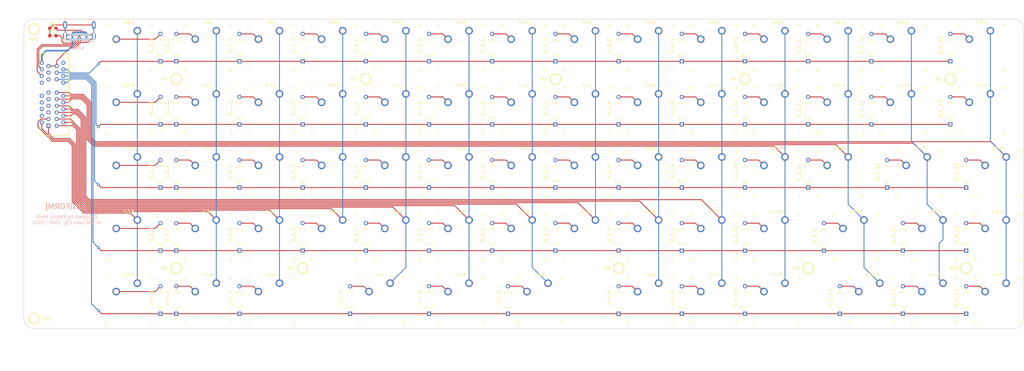
<source format=kicad_pcb>
(kicad_pcb (version 20211014) (generator pcbnew)
  (layers (0 "F.Cu" signal) (31 "B.Cu" signal) (34 "B.Paste" user) (35 "F.Paste" user) (36 "B.SilkS" user "B.Silkscreen") (37 "F.SilkS" user "F.Silkscreen") (38 "B.Mask" user) (39 "F.Mask" user) (44 "Edge.Cuts" user))
  (net 0 "")
  (net 1 "GND")
  (net 2 "+5V")
  (net 3 "Net-(D_0_0-Pad2)")
  (net 4 "R0")
  (net 5 "Net-(D_0_1-Pad2)")
  (net 6 "Net-(D_0_2-Pad2)")
  (net 7 "Net-(D_0_3-Pad2)")
  (net 8 "Net-(D_0_4-Pad2)")
  (net 9 "Net-(D_0_5-Pad2)")
  (net 10 "Net-(D_0_6-Pad2)")
  (net 11 "Net-(D_0_7-Pad2)")
  (net 12 "Net-(D_0_8-Pad2)")
  (net 13 "Net-(D_0_9-Pad2)")
  (net 14 "Net-(D_0_10-Pad2)")
  (net 15 "Net-(D_0_11-Pad2)")
  (net 16 "Net-(D_0_12-Pad2)")
  (net 17 "Net-(D_0_13-Pad2)")
  (net 18 "Net-(D_1_0-Pad2)")
  (net 19 "R1")
  (net 20 "Net-(D_1_1-Pad2)")
  (net 21 "Net-(D_1_2-Pad2)")
  (net 22 "Net-(D_1_3-Pad2)")
  (net 23 "Net-(D_1_4-Pad2)")
  (net 24 "Net-(D_1_5-Pad2)")
  (net 25 "Net-(D_1_6-Pad2)")
  (net 26 "Net-(D_1_7-Pad2)")
  (net 27 "Net-(D_1_8-Pad2)")
  (net 28 "Net-(D_1_9-Pad2)")
  (net 29 "Net-(D_1_10-Pad2)")
  (net 30 "Net-(D_1_11-Pad2)")
  (net 31 "Net-(D_1_12-Pad2)")
  (net 32 "Net-(D_1_13-Pad2)")
  (net 33 "Net-(D_2_0-Pad2)")
  (net 34 "R2")
  (net 35 "Net-(D_2_1-Pad2)")
  (net 36 "Net-(D_2_2-Pad2)")
  (net 37 "Net-(D_2_3-Pad2)")
  (net 38 "Net-(D_2_4-Pad2)")
  (net 39 "Net-(D_2_5-Pad2)")
  (net 40 "Net-(D_2_6-Pad2)")
  (net 41 "Net-(D_2_7-Pad2)")
  (net 42 "Net-(D_2_8-Pad2)")
  (net 43 "Net-(D_2_9-Pad2)")
  (net 44 "Net-(D_2_10-Pad2)")
  (net 45 "Net-(D_2_11-Pad2)")
  (net 46 "Net-(D_2_12-Pad2)")
  (net 47 "Net-(D_2_13-Pad2)")
  (net 48 "Net-(D_3_0-Pad2)")
  (net 49 "R3")
  (net 50 "Net-(D_3_1-Pad2)")
  (net 51 "Net-(D_3_2-Pad2)")
  (net 52 "Net-(D_3_3-Pad2)")
  (net 53 "Net-(D_3_4-Pad2)")
  (net 54 "Net-(D_3_5-Pad2)")
  (net 55 "Net-(D_3_6-Pad2)")
  (net 56 "Net-(D_3_7-Pad2)")
  (net 57 "Net-(D_3_8-Pad2)")
  (net 58 "Net-(D_3_9-Pad2)")
  (net 59 "Net-(D_3_10-Pad2)")
  (net 60 "Net-(D_3_11-Pad2)")
  (net 61 "Net-(D_3_12-Pad2)")
  (net 62 "Net-(D_3_13-Pad2)")
  (net 63 "Net-(D_4_0-Pad2)")
  (net 64 "R4")
  (net 65 "Net-(D_4_1-Pad2)")
  (net 66 "Net-(D_4_2-Pad2)")
  (net 67 "Net-(D_4_4-Pad2)")
  (net 68 "Net-(D_4_5-Pad2)")
  (net 69 "Net-(D_4_6-Pad2)")
  (net 70 "Net-(D_4_8-Pad2)")
  (net 71 "Net-(D_4_9-Pad2)")
  (net 72 "Net-(D_4_10-Pad2)")
  (net 73 "Net-(D_4_11-Pad2)")
  (net 74 "Net-(D_4_12-Pad2)")
  (net 75 "Net-(D_4_13-Pad2)")
  (net 76 "C0")
  (net 77 "C1")
  (net 78 "C2")
  (net 79 "C3")
  (net 80 "C4")
  (net 81 "C5")
  (net 82 "C6")
  (net 83 "C7")
  (net 84 "C8")
  (net 85 "C9")
  (net 86 "C10")
  (net 87 "C11")
  (net 88 "C12")
  (net 89 "C13")
  (net 90 "Net-(R1-Pad2)")
  (net 91 "D_P")
  (net 92 "D_N")
  (net 99 "Net-(R2-Pad2)")
  (footprint "Uniform:Diode_DIOAD829W49L456D191" (layer "F.Cu") (at 80.9625 114.3 90)
    (fp_text reference "D_0_0")
    (fp_text value "D")
  )
  (footprint "Uniform:Diode_DIOAD829W49L456D191" (layer "F.Cu") (at 85.725 114.3 90)
    (fp_text reference "D_0_1")
    (fp_text value "D")
  )
  (footprint "Uniform:Diode_DIOAD829W49L456D191" (layer "F.Cu") (at 104.775 114.3 90)
    (fp_text reference "D_0_2")
    (fp_text value "D")
  )
  (footprint "Uniform:Diode_DIOAD829W49L456D191" (layer "F.Cu") (at 123.825 114.3 90)
    (fp_text reference "D_0_3")
    (fp_text value "D")
  )
  (footprint "Uniform:Diode_DIOAD829W49L456D191" (layer "F.Cu") (at 142.875 114.3 90)
    (fp_text reference "D_0_4")
    (fp_text value "D")
  )
  (footprint "Uniform:Diode_DIOAD829W49L456D191" (layer "F.Cu") (at 161.925 114.3 90)
    (fp_text reference "D_0_5")
    (fp_text value "D")
  )
  (footprint "Uniform:Diode_DIOAD829W49L456D191" (layer "F.Cu") (at 180.975 114.3 90)
    (fp_text reference "D_0_6")
    (fp_text value "D")
  )
  (footprint "Uniform:Diode_DIOAD829W49L456D191" (layer "F.Cu") (at 200.025 114.3 90)
    (fp_text reference "D_0_7")
    (fp_text value "D")
  )
  (footprint "Uniform:Diode_DIOAD829W49L456D191" (layer "F.Cu") (at 219.075 114.3 90)
    (fp_text reference "D_0_8")
    (fp_text value "D")
  )
  (footprint "Uniform:Diode_DIOAD829W49L456D191" (layer "F.Cu") (at 238.125 114.3 90)
    (fp_text reference "D_0_9")
    (fp_text value "D")
  )
  (footprint "Uniform:Diode_DIOAD829W49L456D191" (layer "F.Cu") (at 257.175 114.3 90)
    (fp_text reference "D_0_10")
    (fp_text value "D")
  )
  (footprint "Uniform:Diode_DIOAD829W49L456D191" (layer "F.Cu") (at 276.225 114.3 90)
    (fp_text reference "D_0_11")
    (fp_text value "D")
  )
  (footprint "Uniform:Diode_DIOAD829W49L456D191" (layer "F.Cu") (at 295.275 114.3 90)
    (fp_text reference "D_0_12")
    (fp_text value "D")
  )
  (footprint "Uniform:Diode_DIOAD829W49L456D191" (layer "F.Cu") (at 319.0875 114.3 90)
    (fp_text reference "D_0_13")
    (fp_text value "D")
  )
  (footprint "Uniform:Diode_DIOAD829W49L456D191" (layer "F.Cu") (at 80.9625 133.35 90)
    (fp_text reference "D_1_0")
    (fp_text value "D")
  )
  (footprint "Uniform:Diode_DIOAD829W49L456D191" (layer "F.Cu") (at 85.725 133.35 90)
    (fp_text reference "D_1_1")
    (fp_text value "D")
  )
  (footprint "Uniform:Diode_DIOAD829W49L456D191" (layer "F.Cu") (at 104.775 133.35 90)
    (fp_text reference "D_1_2")
    (fp_text value "D")
  )
  (footprint "Uniform:Diode_DIOAD829W49L456D191" (layer "F.Cu") (at 123.825 133.35 90)
    (fp_text reference "D_1_3")
    (fp_text value "D")
  )
  (footprint "Uniform:Diode_DIOAD829W49L456D191" (layer "F.Cu") (at 142.875 133.35 90)
    (fp_text reference "D_1_4")
    (fp_text value "D")
  )
  (footprint "Uniform:Diode_DIOAD829W49L456D191" (layer "F.Cu") (at 161.925 133.35 90)
    (fp_text reference "D_1_5")
    (fp_text value "D")
  )
  (footprint "Uniform:Diode_DIOAD829W49L456D191" (layer "F.Cu") (at 180.975 133.35 90)
    (fp_text reference "D_1_6")
    (fp_text value "D")
  )
  (footprint "Uniform:Diode_DIOAD829W49L456D191" (layer "F.Cu") (at 200.025 133.35 90)
    (fp_text reference "D_1_7")
    (fp_text value "D")
  )
  (footprint "Uniform:Diode_DIOAD829W49L456D191" (layer "F.Cu") (at 219.075 133.35 90)
    (fp_text reference "D_1_8")
    (fp_text value "D")
  )
  (footprint "Uniform:Diode_DIOAD829W49L456D191" (layer "F.Cu") (at 238.125 133.35 90)
    (fp_text reference "D_1_9")
    (fp_text value "D")
  )
  (footprint "Uniform:Diode_DIOAD829W49L456D191" (layer "F.Cu") (at 257.175 133.35 90)
    (fp_text reference "D_1_10")
    (fp_text value "D")
  )
  (footprint "Uniform:Diode_DIOAD829W49L456D191" (layer "F.Cu") (at 276.225 133.35 90)
    (fp_text reference "D_1_11")
    (fp_text value "D")
  )
  (footprint "Uniform:Diode_DIOAD829W49L456D191" (layer "F.Cu") (at 295.275 133.35 90)
    (fp_text reference "D_1_12")
    (fp_text value "D")
  )
  (footprint "Uniform:Diode_DIOAD829W49L456D191" (layer "F.Cu") (at 319.0875 133.35 90)
    (fp_text reference "D_1_13")
    (fp_text value "D")
  )
  (footprint "Uniform:Diode_DIOAD829W49L456D191" (layer "F.Cu") (at 80.9625 152.4 90)
    (fp_text reference "D_2_0")
    (fp_text value "D")
  )
  (footprint "Uniform:Diode_DIOAD829W49L456D191" (layer "F.Cu") (at 85.725 152.4 90)
    (fp_text reference "D_2_1")
    (fp_text value "D")
  )
  (footprint "Uniform:Diode_DIOAD829W49L456D191" (layer "F.Cu") (at 104.775 152.4 90)
    (fp_text reference "D_2_2")
    (fp_text value "D")
  )
  (footprint "Uniform:Diode_DIOAD829W49L456D191" (layer "F.Cu") (at 123.825 152.4 90)
    (fp_text reference "D_2_3")
    (fp_text value "D")
  )
  (footprint "Uniform:Diode_DIOAD829W49L456D191" (layer "F.Cu") (at 142.875 152.4 90)
    (fp_text reference "D_2_4")
    (fp_text value "D")
  )
  (footprint "Uniform:Diode_DIOAD829W49L456D191" (layer "F.Cu") (at 161.925 152.4 90)
    (fp_text reference "D_2_5")
    (fp_text value "D")
  )
  (footprint "Uniform:Diode_DIOAD829W49L456D191" (layer "F.Cu") (at 180.975 152.4 90)
    (fp_text reference "D_2_6")
    (fp_text value "D")
  )
  (footprint "Uniform:Diode_DIOAD829W49L456D191" (layer "F.Cu") (at 200.025 152.4 90)
    (fp_text reference "D_2_7")
    (fp_text value "D")
  )
  (footprint "Uniform:Diode_DIOAD829W49L456D191" (layer "F.Cu") (at 219.075 152.4 90)
    (fp_text reference "D_2_8")
    (fp_text value "D")
  )
  (footprint "Uniform:Diode_DIOAD829W49L456D191" (layer "F.Cu") (at 238.125 152.4 90)
    (fp_text reference "D_2_9")
    (fp_text value "D")
  )
  (footprint "Uniform:Diode_DIOAD829W49L456D191" (layer "F.Cu") (at 257.175 152.4 90)
    (fp_text reference "D_2_10")
    (fp_text value "D")
  )
  (footprint "Uniform:Diode_DIOAD829W49L456D191" (layer "F.Cu") (at 276.225 152.4 90)
    (fp_text reference "D_2_11")
    (fp_text value "D")
  )
  (footprint "Uniform:Diode_DIOAD829W49L456D191" (layer "F.Cu") (at 300.0375 152.4 90)
    (fp_text reference "D_2_12")
    (fp_text value "D")
  )
  (footprint "Uniform:Diode_DIOAD829W49L456D191" (layer "F.Cu") (at 323.85 152.4 90)
    (fp_text reference "D_2_13")
    (fp_text value "D")
  )
  (footprint "Uniform:Diode_DIOAD829W49L456D191" (layer "F.Cu") (at 80.9625 171.45 90)
    (fp_text reference "D_3_0")
    (fp_text value "D")
  )
  (footprint "Uniform:Diode_DIOAD829W49L456D191" (layer "F.Cu") (at 85.725 171.45 90)
    (fp_text reference "D_3_1")
    (fp_text value "D")
  )
  (footprint "Uniform:Diode_DIOAD829W49L456D191" (layer "F.Cu") (at 104.775 171.45 90)
    (fp_text reference "D_3_2")
    (fp_text value "D")
  )
  (footprint "Uniform:Diode_DIOAD829W49L456D191" (layer "F.Cu") (at 123.825 171.45 90)
    (fp_text reference "D_3_3")
    (fp_text value "D")
  )
  (footprint "Uniform:Diode_DIOAD829W49L456D191" (layer "F.Cu") (at 142.875 171.45 90)
    (fp_text reference "D_3_4")
    (fp_text value "D")
  )
  (footprint "Uniform:Diode_DIOAD829W49L456D191" (layer "F.Cu") (at 161.925 171.45 90)
    (fp_text reference "D_3_5")
    (fp_text value "D")
  )
  (footprint "Uniform:Diode_DIOAD829W49L456D191" (layer "F.Cu") (at 180.975 171.45 90)
    (fp_text reference "D_3_6")
    (fp_text value "D")
  )
  (footprint "Uniform:Diode_DIOAD829W49L456D191" (layer "F.Cu") (at 200.025 171.45 90)
    (fp_text reference "D_3_7")
    (fp_text value "D")
  )
  (footprint "Uniform:Diode_DIOAD829W49L456D191" (layer "F.Cu") (at 219.075 171.45 90)
    (fp_text reference "D_3_8")
    (fp_text value "D")
  )
  (footprint "Uniform:Diode_DIOAD829W49L456D191" (layer "F.Cu") (at 238.125 171.45 90)
    (fp_text reference "D_3_9")
    (fp_text value "D")
  )
  (footprint "Uniform:Diode_DIOAD829W49L456D191" (layer "F.Cu") (at 257.175 171.45 90)
    (fp_text reference "D_3_10")
    (fp_text value "D")
  )
  (footprint "Uniform:Diode_DIOAD829W49L456D191" (layer "F.Cu") (at 280.9875 171.45 90)
    (fp_text reference "D_3_11")
    (fp_text value "D")
  )
  (footprint "Uniform:Diode_DIOAD829W49L456D191" (layer "F.Cu") (at 304.8 171.45 90)
    (fp_text reference "D_3_12")
    (fp_text value "D")
  )
  (footprint "Uniform:Diode_DIOAD829W49L456D191" (layer "F.Cu") (at 323.85 171.45 90)
    (fp_text reference "D_3_13")
    (fp_text value "D")
  )
  (footprint "Uniform:Diode_DIOAD829W49L456D191" (layer "F.Cu") (at 80.9625 190.5 90)
    (fp_text reference "D_4_0")
    (fp_text value "D")
  )
  (footprint "Uniform:Diode_DIOAD829W49L456D191" (layer "F.Cu") (at 85.725 190.5 90)
    (fp_text reference "D_4_1")
    (fp_text value "D")
  )
  (footprint "Uniform:Diode_DIOAD829W49L456D191" (layer "F.Cu") (at 104.775 190.5 90)
    (fp_text reference "D_4_2")
    (fp_text value "D")
  )
  (footprint "Uniform:Diode_DIOAD829W49L456D191" (layer "F.Cu") (at 138.1125 190.5 90)
    (fp_text reference "D_4_4")
    (fp_text value "D")
  )
  (footprint "Uniform:Diode_DIOAD829W49L456D191" (layer "F.Cu") (at 161.925 190.5 90)
    (fp_text reference "D_4_5")
    (fp_text value "D")
  )
  (footprint "Uniform:Diode_DIOAD829W49L456D191" (layer "F.Cu") (at 185.7375 190.5 90)
    (fp_text reference "D_4_6")
    (fp_text value "D")
  )
  (footprint "Uniform:Diode_DIOAD829W49L456D191" (layer "F.Cu") (at 219.075 190.5 90)
    (fp_text reference "D_4_8")
    (fp_text value "D")
  )
  (footprint "Uniform:Diode_DIOAD829W49L456D191" (layer "F.Cu") (at 238.125 190.5 90)
    (fp_text reference "D_4_9")
    (fp_text value "D")
  )
  (footprint "Uniform:Diode_DIOAD829W49L456D191" (layer "F.Cu") (at 257.175 190.5 90)
    (fp_text reference "D_4_10")
    (fp_text value "D")
  )
  (footprint "Uniform:Diode_DIOAD829W49L456D191" (layer "F.Cu") (at 285.75 190.5 90)
    (fp_text reference "D_4_11")
    (fp_text value "D")
  )
  (footprint "Uniform:Diode_DIOAD829W49L456D191" (layer "F.Cu") (at 304.8 190.5 90)
    (fp_text reference "D_4_12")
    (fp_text value "D")
  )
  (footprint "Uniform:Diode_DIOAD829W49L456D191" (layer "F.Cu") (at 323.85 190.5 90)
    (fp_text reference "D_4_13")
    (fp_text value "D")
  )
  (footprint "keyswitches:SW_MX" (layer "F.Cu") (at 71.4375 114.3)
    (fp_text reference "K_0_0")
    (fp_text value "KEYSW")
  )
  (footprint "keyswitches:SW_MX" (layer "F.Cu") (at 95.25 114.3)
    (fp_text reference "K_0_1")
    (fp_text value "KEYSW")
  )
  (footprint "keyswitches:SW_MX" (layer "F.Cu") (at 114.3 114.3)
    (fp_text reference "K_0_2")
    (fp_text value "KEYSW")
  )
  (footprint "keyswitches:SW_MX" (layer "F.Cu") (at 133.35 114.3)
    (fp_text reference "K_0_3")
    (fp_text value "KEYSW")
  )
  (footprint "keyswitches:SW_MX" (layer "F.Cu") (at 152.4 114.3)
    (fp_text reference "K_0_4")
    (fp_text value "KEYSW")
  )
  (footprint "keyswitches:SW_MX" (layer "F.Cu") (at 171.45 114.3)
    (fp_text reference "K_0_5")
    (fp_text value "KEYSW")
  )
  (footprint "keyswitches:SW_MX" (layer "F.Cu") (at 190.5 114.3)
    (fp_text reference "K_0_6")
    (fp_text value "KEYSW")
  )
  (footprint "keyswitches:SW_MX" (layer "F.Cu") (at 209.55 114.3)
    (fp_text reference "K_0_7")
    (fp_text value "KEYSW")
  )
  (footprint "keyswitches:SW_MX" (layer "F.Cu") (at 228.6 114.3)
    (fp_text reference "K_0_8")
    (fp_text value "KEYSW")
  )
  (footprint "keyswitches:SW_MX" (layer "F.Cu") (at 247.65 114.3)
    (fp_text reference "K_0_9")
    (fp_text value "KEYSW")
  )
  (footprint "keyswitches:SW_MX" (layer "F.Cu") (at 266.7 114.3)
    (fp_text reference "K_0_10")
    (fp_text value "KEYSW")
  )
  (footprint "keyswitches:SW_MX" (layer "F.Cu") (at 285.75 114.3)
    (fp_text reference "K_0_11")
    (fp_text value "KEYSW")
  )
  (footprint "keyswitches:SW_MX" (layer "F.Cu") (at 304.8 114.3)
    (fp_text reference "K_0_12")
    (fp_text value "KEYSW")
  )
  (footprint "keyswitches:SW_MX" (layer "F.Cu") (at 328.6125 114.3)
    (fp_text reference "K_0_13")
    (fp_text value "KEYSW")
  )
  (footprint "keyswitches:SW_MX" (layer "F.Cu") (at 71.4375 133.35)
    (fp_text reference "K_1_0")
    (fp_text value "KEYSW")
  )
  (footprint "keyswitches:SW_MX" (layer "F.Cu") (at 95.25 133.35)
    (fp_text reference "K_1_1")
    (fp_text value "KEYSW")
  )
  (footprint "keyswitches:SW_MX" (layer "F.Cu") (at 114.3 133.35)
    (fp_text reference "K_1_2")
    (fp_text value "KEYSW")
  )
  (footprint "keyswitches:SW_MX" (layer "F.Cu") (at 133.35 133.35)
    (fp_text reference "K_1_3")
    (fp_text value "KEYSW")
  )
  (footprint "keyswitches:SW_MX" (layer "F.Cu") (at 152.4 133.35)
    (fp_text reference "K_1_4")
    (fp_text value "KEYSW")
  )
  (footprint "keyswitches:SW_MX" (layer "F.Cu") (at 171.45 133.35)
    (fp_text reference "K_1_5")
    (fp_text value "KEYSW")
  )
  (footprint "keyswitches:SW_MX" (layer "F.Cu") (at 190.5 133.35)
    (fp_text reference "K_1_6")
    (fp_text value "KEYSW")
  )
  (footprint "keyswitches:SW_MX" (layer "F.Cu") (at 209.55 133.35)
    (fp_text reference "K_1_7")
    (fp_text value "KEYSW")
  )
  (footprint "keyswitches:SW_MX" (layer "F.Cu") (at 228.6 133.35)
    (fp_text reference "K_1_8")
    (fp_text value "KEYSW")
  )
  (footprint "keyswitches:SW_MX" (layer "F.Cu") (at 247.65 133.35)
    (fp_text reference "K_1_9")
    (fp_text value "KEYSW")
  )
  (footprint "keyswitches:SW_MX" (layer "F.Cu") (at 266.7 133.35)
    (fp_text reference "K_1_10")
    (fp_text value "KEYSW")
  )
  (footprint "keyswitches:SW_MX" (layer "F.Cu") (at 285.75 133.35)
    (fp_text reference "K_1_11")
    (fp_text value "KEYSW")
  )
  (footprint "keyswitches:SW_MX" (layer "F.Cu") (at 304.8 133.35)
    (fp_text reference "K_1_12")
    (fp_text value "KEYSW")
  )
  (footprint "keyswitches:SW_MX" (layer "F.Cu") (at 328.6125 133.35)
    (fp_text reference "K_1_13")
    (fp_text value "KEYSW")
  )
  (footprint "keyswitches:SW_MX" (layer "F.Cu") (at 71.4375 152.4)
    (fp_text reference "K_2_0")
    (fp_text value "KEYSW")
  )
  (footprint "keyswitches:SW_MX" (layer "F.Cu") (at 95.25 152.4)
    (fp_text reference "K_2_1")
    (fp_text value "KEYSW")
  )
  (footprint "keyswitches:SW_MX" (layer "F.Cu") (at 114.3 152.4)
    (fp_text reference "K_2_2")
    (fp_text value "KEYSW")
  )
  (footprint "keyswitches:SW_MX" (layer "F.Cu") (at 133.35 152.4)
    (fp_text reference "K_2_3")
    (fp_text value "KEYSW")
  )
  (footprint "keyswitches:SW_MX" (layer "F.Cu") (at 152.4 152.4)
    (fp_text reference "K_2_4")
    (fp_text value "KEYSW")
  )
  (footprint "keyswitches:SW_MX" (layer "F.Cu") (at 171.45 152.4)
    (fp_text reference "K_2_5")
    (fp_text value "KEYSW")
  )
  (footprint "keyswitches:SW_MX" (layer "F.Cu") (at 190.5 152.4)
    (fp_text reference "K_2_6")
    (fp_text value "KEYSW")
  )
  (footprint "keyswitches:SW_MX" (layer "F.Cu") (at 209.55 152.4)
    (fp_text reference "K_2_7")
    (fp_text value "KEYSW")
  )
  (footprint "keyswitches:SW_MX" (layer "F.Cu") (at 228.6 152.4)
    (fp_text reference "K_2_8")
    (fp_text value "KEYSW")
  )
  (footprint "keyswitches:SW_MX" (layer "F.Cu") (at 247.65 152.4)
    (fp_text reference "K_2_9")
    (fp_text value "KEYSW")
  )
  (footprint "keyswitches:SW_MX" (layer "F.Cu") (at 266.7 152.4)
    (fp_text reference "K_2_10")
    (fp_text value "KEYSW")
  )
  (footprint "keyswitches:SW_MX" (layer "F.Cu") (at 285.75 152.4)
    (fp_text reference "K_2_11")
    (fp_text value "KEYSW")
  )
  (footprint "keyswitches:SW_MX" (layer "F.Cu") (at 309.5625 152.4)
    (fp_text reference "K_2_12")
    (fp_text value "KEYSW")
  )
  (footprint "keyswitches:SW_MX" (layer "F.Cu") (at 333.375 152.4)
    (fp_text reference "K_2_13")
    (fp_text value "KEYSW")
  )
  (footprint "keyswitches:SW_MX" (layer "F.Cu") (at 71.4375 171.45)
    (fp_text reference "K_3_0")
    (fp_text value "KEYSW")
  )
  (footprint "keyswitches:SW_MX" (layer "F.Cu") (at 95.25 171.45)
    (fp_text reference "K_3_1")
    (fp_text value "KEYSW")
  )
  (footprint "keyswitches:SW_MX" (layer "F.Cu") (at 114.3 171.45)
    (fp_text reference "K_3_2")
    (fp_text value "KEYSW")
  )
  (footprint "keyswitches:SW_MX" (layer "F.Cu") (at 133.35 171.45)
    (fp_text reference "K_3_3")
    (fp_text value "KEYSW")
  )
  (footprint "keyswitches:SW_MX" (layer "F.Cu") (at 152.4 171.45)
    (fp_text reference "K_3_4")
    (fp_text value "KEYSW")
  )
  (footprint "keyswitches:SW_MX" (layer "F.Cu") (at 171.45 171.45)
    (fp_text reference "K_3_5")
    (fp_text value "KEYSW")
  )
  (footprint "keyswitches:SW_MX" (layer "F.Cu") (at 190.5 171.45)
    (fp_text reference "K_3_6")
    (fp_text value "KEYSW")
  )
  (footprint "keyswitches:SW_MX" (layer "F.Cu") (at 209.55 171.45)
    (fp_text reference "K_3_7")
    (fp_text value "KEYSW")
  )
  (footprint "keyswitches:SW_MX" (layer "F.Cu") (at 228.6 171.45)
    (fp_text reference "K_3_8")
    (fp_text value "KEYSW")
  )
  (footprint "keyswitches:SW_MX" (layer "F.Cu") (at 247.65 171.45)
    (fp_text reference "K_3_9")
    (fp_text value "KEYSW")
  )
  (footprint "keyswitches:SW_MX" (layer "F.Cu") (at 266.7 171.45)
    (fp_text reference "K_3_10")
    (fp_text value "KEYSW")
  )
  (footprint "keyswitches:SW_MX" (layer "F.Cu") (at 290.5125 171.45)
    (fp_text reference "K_3_11")
    (fp_text value "KEYSW")
  )
  (footprint "keyswitches:SW_MX" (layer "F.Cu") (at 314.325 171.45)
    (fp_text reference "K_3_12")
    (fp_text value "KEYSW")
  )
  (footprint "keyswitches:SW_MX" (layer "F.Cu") (at 333.375 171.45)
    (fp_text reference "K_3_13")
    (fp_text value "KEYSW")
  )
  (footprint "keyswitches:SW_MX" (layer "F.Cu") (at 71.4375 190.5)
    (fp_text reference "K_4_0")
    (fp_text value "KEYSW")
  )
  (footprint "keyswitches:SW_MX" (layer "F.Cu") (at 95.25 190.5)
    (fp_text reference "K_4_1")
    (fp_text value "KEYSW")
  )
  (footprint "keyswitches:SW_MX" (layer "F.Cu") (at 114.3 190.5)
    (fp_text reference "K_4_2")
    (fp_text value "KEYSW")
  )
  (footprint "keyswitches:SW_MX" (layer "F.Cu") (at 147.6375 190.5)
    (fp_text reference "K_4_4")
    (fp_text value "KEYSW")
  )
  (footprint "keyswitches:SW_MX" (layer "F.Cu") (at 171.45 190.5)
    (fp_text reference "K_4_5")
    (fp_text value "KEYSW")
  )
  (footprint "keyswitches:SW_MX" (layer "F.Cu") (at 195.2625 190.5)
    (fp_text reference "K_4_6")
    (fp_text value "KEYSW")
  )
  (footprint "keyswitches:SW_MX" (layer "F.Cu") (at 228.6 190.5)
    (fp_text reference "K_4_8")
    (fp_text value "KEYSW")
  )
  (footprint "keyswitches:SW_MX" (layer "F.Cu") (at 247.65 190.5)
    (fp_text reference "K_4_9")
    (fp_text value "KEYSW")
  )
  (footprint "keyswitches:SW_MX" (layer "F.Cu") (at 266.7 190.5)
    (fp_text reference "K_4_10")
    (fp_text value "KEYSW")
  )
  (footprint "keyswitches:SW_MX" (layer "F.Cu") (at 295.275 190.5)
    (fp_text reference "K_4_11")
    (fp_text value "KEYSW")
  )
  (footprint "keyswitches:SW_MX" (layer "F.Cu") (at 314.325 190.5)
    (fp_text reference "K_4_12")
    (fp_text value "KEYSW")
  )
  (footprint "keyswitches:SW_MX" (layer "F.Cu") (at 333.375 190.5)
    (fp_text reference "K_4_13")
    (fp_text value "KEYSW")
  )
  (footprint "MountingHole:MountingHole_2.7mm_M2.5" (layer "F.Cu") (at 42.775 108.7)
    (fp_text reference "EM1" hide)
    (fp_text value "MountingHole_2.7mm_M2.5" hide)
  )
  (footprint "MountingHole:MountingHole_2.7mm_M2.5" (layer "F.Cu") (at 42.775 196.1)
    (fp_text reference "EM2" hide)
    (fp_text value "MountingHole_2.7mm_M2.5")
  )
  (footprint "MountingHole:MountingHole_2.7mm_M2.5" (layer "F.Cu") (at 85.725 180.975)
    (fp_text reference "M6")
    (fp_text value "MountingHole_2.7mm_M2.5")
  )
  (footprint "Resistor_SMD:R_0603_1608Metric_Pad0.98x0.95mm_HandSolder" (layer "F.Cu") (at 48.515 108.475)
    (fp_text reference "R1")
    (fp_text value "5.1k")
  )
  (footprint "MountingHole:MountingHole_2.7mm_M2.5" (layer "F.Cu") (at 257.175 123.825)
    (fp_text reference "M4")
    (fp_text value "MountingHole_2.7mm_M2.5")
  )
  (footprint "Graphics:graphic_mounting_indicator" (layer "F.Cu") (at 42.775 196.1)
    (fp_text reference "G***")
    (fp_text value "LOGO" hide)
  )
  (footprint "MountingHole:MountingHole_2.7mm_M2.5" (layer "F.Cu") (at 276.225 180.975)
    (fp_text reference "M9")
    (fp_text value "MountingHole_2.7mm_M2.5")
  )
  (footprint "Graphics:graphic_mounting_indicator" (layer "F.Cu") (at 323.85 180.975)
    (fp_text reference "G***")
    (fp_text value "LOGO" hide)
  )
  (footprint "MountingHole:MountingHole_2.7mm_M2.5" (layer "F.Cu") (at 200.025 123.825)
    (fp_text reference "M3")
    (fp_text value "MountingHole_2.7mm_M2.5")
  )
  (footprint "Graphics:graphic_mounting_indicator" (layer "F.Cu") (at 219.075 180.975)
    (fp_text reference "G***")
    (fp_text value "LOGO" hide)
  )
  (footprint "Graphics:graphic_mounting_indicator" (layer "F.Cu") (at 142.875 123.825)
    (fp_text reference "G***")
    (fp_text value "LOGO" hide)
  )
  (footprint "MountingHole:MountingHole_2.7mm_M2.5" (layer "F.Cu") (at 319.0875 123.825)
    (fp_text reference "M5")
    (fp_text value "MountingHole_2.7mm_M2.5")
  )
  (footprint "Graphics:graphic_mounting_indicator" (layer "F.Cu") (at 85.725 180.975)
    (fp_text reference "G***")
    (fp_text value "LOGO" hide)
  )
  (footprint "MountingHole:MountingHole_2.7mm_M2.5" (layer "F.Cu") (at 85.725 123.825)
    (fp_text reference "M1")
    (fp_text value "MountingHole_2.7mm_M2.5")
  )
  (footprint "MountingHole:MountingHole_2.7mm_M2.5" (layer "F.Cu") (at 123.825 180.975)
    (fp_text reference "M7")
    (fp_text value "MountingHole_2.7mm_M2.5")
  )
  (footprint "Graphics:graphic_mounting_indicator" (layer "F.Cu") (at 319.0875 123.825)
    (fp_text reference "G***")
    (fp_text value "LOGO" hide)
  )
  (footprint "MountingHole:MountingHole_2.7mm_M2.5" (layer "F.Cu") (at 219.075 180.975)
    (fp_text reference "M8")
    (fp_text value "MountingHole_2.7mm_M2.5")
  )
  (footprint "Graphics:graphic_mounting_indicator" (layer "F.Cu") (at 85.725 123.825)
    (fp_text reference "G***")
    (fp_text value "LOGO" hide)
  )
  (footprint "MountingHole:MountingHole_2.7mm_M2.5" (layer "F.Cu") (at 323.85 180.975)
    (fp_text reference "M10")
    (fp_text value "MountingHole_2.7mm_M2.5")
  )
  (footprint "Graphics:graphic_mounting_indicator" (layer "F.Cu") (at 257.175 123.825)
    (fp_text reference "G***")
    (fp_text value "LOGO" hide)
  )
  (footprint "Uniform:SAMTEC_PCIE-036-02-F-D-TH" (layer "F.Cu") (at 49.015 128.375 -90)
    (fp_text reference "J1")
    (fp_text value "PCIE_x1_SAMTEC_PCIE-036-02-F-D-TH")
  )
  (footprint "Graphics:graphic_mounting_indicator" (layer "F.Cu") (at 276.225 180.975)
    (fp_text reference "G***")
    (fp_text value "LOGO" hide)
  )
  (footprint "Graphics:graphic_mounting_indicator" (layer "F.Cu") (at 123.825 180.975)
    (fp_text reference "G***")
    (fp_text value "LOGO" hide)
  )
  (footprint "MountingHole:MountingHole_2.7mm_M2.5" (layer "F.Cu") (at 142.875 123.825)
    (fp_text reference "M2")
    (fp_text value "MountingHole_2.7mm_M2.5")
  )
  (footprint "Graphics:graphic_mounting_indicator" (layer "F.Cu") (at 200.025 123.825)
    (fp_text reference "G***")
    (fp_text value "LOGO" hide)
  )
  (footprint "Resistor_SMD:R_0603_1608Metric_Pad0.98x0.95mm_HandSolder" (layer "F.Cu") (at 48.515 110.725)
    (fp_text reference "R2")
    (fp_text value "5.1k")
  )
  (footprint "Graphics:graphic_mounting_indicator" (layer "F.Cu") (at 42.775001 108.700001)
    (fp_text reference "G***")
    (fp_text value "LOGO" hide)
  )
  (footprint "Uniform:USBC_USB4085-GF-A" (layer "B.Cu") (at 56.525 107.8)
    (fp_text reference "USBC1")
    (fp_text value "USB4085-GF-A_REVA4")
  )
  (footprint "Graphics:graphic_logo" (layer "B.Cu") (at 52.425 162.325 180)
    (fp_text reference "G***")
    (fp_text value "LOGO" hide)
  )
  (footprint "Graphics:graphic_designed-by-with-year" (layer "B.Cu") (at 52.675 166.325 180)
    (fp_text reference "G***")
    (fp_text value "LOGO" hide)
  )
  (gr_line (start 341.225 196.1) (end 341.225 108.7) (layer "Edge.Cuts") (width 0.15))
  (gr_line (start 42.775 105.7) (end 338.225 105.7) (layer "Edge.Cuts") (width 0.15))
  (gr_arc (start 42.775 199.1) (mid 40.65368 198.22132) (end 39.775 196.1) (layer "Edge.Cuts") (width 0.15))
  (gr_arc (start 39.775 108.7) (mid 40.65368 106.57868) (end 42.775 105.7) (layer "Edge.Cuts") (width 0.15))
  (gr_line (start 338.225 199.1) (end 42.775 199.1) (layer "Edge.Cuts") (width 0.15))
  (gr_line (start 39.775 196.1) (end 39.775 108.7) (layer "Edge.Cuts") (width 0.15))
  (gr_arc (start 341.225 196.1) (mid 340.34632 198.22132) (end 338.225 199.1) (layer "Edge.Cuts") (width 0.15))
  (gr_arc (start 338.225 105.7) (mid 340.34632 106.57868) (end 341.225 108.7) (layer "Edge.Cuts") (width 0.15))
  (segment (start 47.615 108.475) (end 48.625 107.465) (width 0.25) (layer "F.Cu") (net 1))
  (segment (start 56.922153 112.725) (end 55.323591 114.32356) (width 0.25) (layer "F.Cu") (net 1))
  (segment (start 52.9 111.825) (end 52.2 111.125) (width 0.25) (layer "F.Cu") (net 1))
  (segment (start 60.48 110.475) (end 60.85 110.845) (width 0.25) (layer "F.Cu") (net 1))
  (segment (start 60.15 111.825) (end 60.85 111.125) (width 0.25) (layer "F.Cu") (net 1))
  (segment (start 48.625 107.465) (end 52.2 107.465) (width 0.25) (layer "F.Cu") (net 1))
  (segment (start 53.55 111.825) (end 52.9 111.825) (width 0.25) (layer "F.Cu") (net 1))
  (segment (start 59.5 111.825) (end 59.5 112.284619) (width 0.25) (layer "F.Cu") (net 1))
  (segment (start 52.2 107.465) (end 60.85 107.465) (width 0.25) (layer "F.Cu") (net 1))
  (segment (start 59.5 112.284619) (end 59.059619 112.725) (width 0.25) (layer "F.Cu") (net 1))
  (segment (start 52.57 110.475) (end 52.2 110.845) (width 0.25) (layer "F.Cu") (net 1))
  (segment (start 52.2 111.125) (end 52.2 110.845) (width 0.25) (layer "F.Cu") (net 1))
  (segment (start 55.323591 114.32356) (end 53.66644 114.32356) (width 0.25) (layer "F.Cu") (net 1))
  (segment (start 47.6025 110.725) (end 47.6025 108.475) (width 0.25) (layer "F.Cu") (net 1))
  (segment (start 47.6025 108.475) (end 47.615 108.475) (width 0.25) (layer "F.Cu") (net 1))
  (segment (start 60.85 111.125) (end 60.85 110.845) (width 0.25) (layer "F.Cu") (net 1))
  (segment (start 59.059619 112.725) (end 56.922153 112.725) (width 0.25) (layer "F.Cu") (net 1))
  (segment (start 47.18 119.875) (end 49.68 119.875) (width 0.25) (layer "F.Cu") (net 1))
  (segment (start 53.66644 114.32356) (end 49.68 118.31) (width 0.25) (layer "F.Cu") (net 1))
  (segment (start 59.5 110.475) (end 60.48 110.475) (width 0.25) (layer "F.Cu") (net 1))
  (segment (start 49.68 118.31) (end 49.68 119.875) (width 0.25) (layer "F.Cu") (net 1))
  (segment (start 59.5 111.825) (end 60.15 111.825) (width 0.25) (layer "F.Cu") (net 1))
  (segment (start 53.55 110.475) (end 52.57 110.475) (width 0.25) (layer "F.Cu") (net 1))
  (segment (start 60.85 110.845) (end 60.85 107.465) (width 0.25) (layer "B.Cu") (net 1))
  (segment (start 52.2 110.845) (end 52.2 107.465) (width 0.25) (layer "B.Cu") (net 1))
  (segment (start 54.4 110.015381) (end 54.740381 109.675) (width 0.5) (layer "B.Cu") (net 2))
  (segment (start 54.740381 109.675) (end 58.309619 109.675) (width 0.5) (layer "B.Cu") (net 2))
  (segment (start 45.18 116.56) (end 45.18 118.875) (width 0.5) (layer "B.Cu") (net 2))
  (segment (start 58.65 110.015381) (end 58.65 110.475) (width 0.5) (layer "B.Cu") (net 2))
  (segment (start 54.4 110.475) (end 54.4 110.015381) (width 0.5) (layer "B.Cu") (net 2))
  (segment (start 58.309619 109.675) (end 58.65 110.015381) (width 0.5) (layer "B.Cu") (net 2))
  (segment (start 46.515 115.225) (end 45.18 116.56) (width 0.5) (layer "B.Cu") (net 2))
  (segment (start 53.015 115.225) (end 46.515 115.225) (width 0.5) (layer "B.Cu") (net 2))
  (segment (start 58.65 111.825) (end 58.65 110.475) (width 0.5) (layer "B.Cu") (net 2))
  (segment (start 54.4 111.825) (end 54.4 113.84) (width 0.5) (layer "B.Cu") (net 2))
  (segment (start 54.4 111.825) (end 54.4 110.475) (width 0.5) (layer "B.Cu") (net 2))
  (segment (start 54.4 113.84) (end 53.015 115.225) (width 0.5) (layer "B.Cu") (net 2))
  (segment (start 80.9625 110.154) (end 79.3565 111.76) (width 0.25) (layer "F.Cu") (net 3))
  (segment (start 79.3565 111.76) (end 67.6275 111.76) (width 0.25) (layer "F.Cu") (net 3))
  (segment (start 200.025 118.446) (end 180.975 118.446) (width 0.25) (layer "F.Cu") (net 4))
  (segment (start 276.225 118.446) (end 257.175 118.446) (width 0.25) (layer "F.Cu") (net 4))
  (segment (start 104.775 118.446) (end 85.725 118.446) (width 0.25) (layer "F.Cu") (net 4))
  (segment (start 80.9625 118.446) (end 63.044 118.446) (width 0.25) (layer "F.Cu") (net 4))
  (segment (start 123.825 118.446) (end 104.775 118.446) (width 0.25) (layer "F.Cu") (net 4))
  (segment (start 219.075 118.446) (end 200.025 118.446) (width 0.25) (layer "F.Cu") (net 4))
  (segment (start 180.975 118.446) (end 161.925 118.446) (width 0.25) (layer "F.Cu") (net 4))
  (segment (start 257.175 118.446) (end 238.125 118.446) (width 0.25) (layer "F.Cu") (net 4))
  (segment (start 142.875 118.446) (end 123.825 118.446) (width 0.25) (layer "F.Cu") (net 4))
  (segment (start 161.925 118.446) (end 142.875 118.446) (width 0.25) (layer "F.Cu") (net 4))
  (segment (start 319.0875 118.446) (end 295.275 118.446) (width 0.25) (layer "F.Cu") (net 4))
  (segment (start 295.275 118.446) (end 276.225 118.446) (width 0.25) (layer "F.Cu") (net 4))
  (segment (start 238.125 118.446) (end 219.075 118.446) (width 0.25) (layer "F.Cu") (net 4))
  (segment (start 63.044 118.446) (end 62.265 119.225) (width 0.25) (layer "F.Cu") (net 4))
  (segment (start 85.725 118.446) (end 80.9625 118.446) (width 0.25) (layer "F.Cu") (net 4))
  (via (at 62.265 119.225) (size 0.8) (drill 0.4) (layers "F.Cu" "B.Cu") (net 4))
  (segment (start 59.51404 121.97596) (end 53.951198 121.97596) (width 0.25) (layer "B.Cu") (net 4))
  (segment (start 62.265 119.225) (end 59.51404 121.97596) (width 0.25) (layer "B.Cu") (net 4))
  (segment (start 53.951198 121.97596) (end 52.850237 120.875) (width 0.25) (layer "B.Cu") (net 4))
  (segment (start 52.850237 120.875) (end 51.68 120.875) (width 0.25) (layer "B.Cu") (net 4))
  (segment (start 89.834 110.154) (end 91.44 111.76) (width 0.25) (layer "F.Cu") (net 5))
  (segment (start 85.725 110.154) (end 89.834 110.154) (width 0.25) (layer "F.Cu") (net 5))
  (segment (start 104.775 110.154) (end 108.884 110.154) (width 0.25) (layer "F.Cu") (net 6))
  (segment (start 108.884 110.154) (end 110.49 111.76) (width 0.25) (layer "F.Cu") (net 6))
  (segment (start 123.825 110.154) (end 127.934 110.154) (width 0.25) (layer "F.Cu") (net 7))
  (segment (start 127.934 110.154) (end 129.54 111.76) (width 0.25) (layer "F.Cu") (net 7))
  (segment (start 146.984 110.154) (end 148.59 111.76) (width 0.25) (layer "F.Cu") (net 8))
  (segment (start 142.875 110.154) (end 146.984 110.154) (width 0.25) (layer "F.Cu") (net 8))
  (segment (start 161.925 110.154) (end 166.034 110.154) (width 0.25) (layer "F.Cu") (net 9))
  (segment (start 166.034 110.154) (end 167.64 111.76) (width 0.25) (layer "F.Cu") (net 9))
  (segment (start 185.084 110.154) (end 186.69 111.76) (width 0.25) (layer "F.Cu") (net 10))
  (segment (start 180.975 110.154) (end 185.084 110.154) (width 0.25) (layer "F.Cu") (net 10))
  (segment (start 204.134 110.154) (end 205.74 111.76) (width 0.25) (layer "F.Cu") (net 11))
  (segment (start 200.025 110.154) (end 204.134 110.154) (width 0.25) (layer "F.Cu") (net 11))
  (segment (start 219.075 110.154) (end 223.184 110.154) (width 0.25) (layer "F.Cu") (net 12))
  (segment (start 223.184 110.154) (end 224.79 111.76) (width 0.25) (layer "F.Cu") (net 12))
  (segment (start 238.125 110.154) (end 242.234 110.154) (width 0.25) (layer "F.Cu") (net 13))
  (segment (start 242.234 110.154) (end 243.84 111.76) (width 0.25) (layer "F.Cu") (net 13))
  (segment (start 261.284 110.154) (end 262.89 111.76) (width 0.25) (layer "F.Cu") (net 14))
  (segment (start 257.175 110.154) (end 261.284 110.154) (width 0.25) (layer "F.Cu") (net 14))
  (segment (start 280.334 110.154) (end 281.94 111.76) (width 0.25) (layer "F.Cu") (net 15))
  (segment (start 276.225 110.154) (end 280.334 110.154) (width 0.25) (layer "F.Cu") (net 15))
  (segment (start 295.275 110.154) (end 299.384 110.154) (width 0.25) (layer "F.Cu") (net 16))
  (segment (start 299.384 110.154) (end 300.99 111.76) (width 0.25) (layer "F.Cu") (net 16))
  (segment (start 323.1965 110.154) (end 324.8025 111.76) (width 0.25) (layer "F.Cu") (net 17))
  (segment (start 319.0875 110.154) (end 323.1965 110.154) (width 0.25) (layer "F.Cu") (net 17))
  (segment (start 79.3565 130.81) (end 67.6275 130.81) (width 0.25) (layer "F.Cu") (net 18))
  (segment (start 80.9625 129.204) (end 79.3565 130.81) (width 0.25) (layer "F.Cu") (net 18))
  (segment (start 104.775 137.496) (end 85.725 137.496) (width 0.25) (layer "F.Cu") (net 19))
  (segment (start 219.075 137.496) (end 200.025 137.496) (width 0.25) (layer "F.Cu") (net 19))
  (segment (start 200.025 137.496) (end 180.975 137.496) (width 0.25) (layer "F.Cu") (net 19))
  (segment (start 80.9625 137.496) (end 62.994 137.496) (width 0.25) (layer "F.Cu") (net 19))
  (segment (start 123.825 137.496) (end 104.775 137.496) (width 0.25) (layer "F.Cu") (net 19))
  (segment (start 62.994 137.496) (end 62.265 138.225) (width 0.25) (layer "F.Cu") (net 19))
  (segment (start 142.875 137.496) (end 123.825 137.496) (width 0.25) (layer "F.Cu") (net 19))
  (segment (start 238.125 137.496) (end 219.075 137.496) (width 0.25) (layer "F.Cu") (net 19))
  (segment (start 161.925 137.496) (end 142.875 137.496) (width 0.25) (layer "F.Cu") (net 19))
  (segment (start 319.0875 137.496) (end 295.275 137.496) (width 0.25) (layer "F.Cu") (net 19))
  (segment (start 85.725 137.496) (end 80.9625 137.496) (width 0.25) (layer "F.Cu") (net 19))
  (segment (start 276.225 137.496) (end 257.175 137.496) (width 0.25) (layer "F.Cu") (net 19))
  (segment (start 257.175 137.496) (end 238.125 137.496) (width 0.25) (layer "F.Cu") (net 19))
  (segment (start 180.975 137.496) (end 161.925 137.496) (width 0.25) (layer "F.Cu") (net 19))
  (segment (start 295.275 137.496) (end 276.225 137.496) (width 0.25) (layer "F.Cu") (net 19))
  (via (at 62.265 138.225) (size 0.8) (drill 0.4) (layers "F.Cu" "B.Cu") (net 19))
  (segment (start 53.765 122.42548) (end 53.21452 121.875) (width 0.25) (layer "B.Cu") (net 19))
  (segment (start 61.515 137.475) (end 61.515 124.839282) (width 0.25) (layer "B.Cu") (net 19))
  (segment (start 62.265 138.225) (end 61.515 137.475) (width 0.25) (layer "B.Cu") (net 19))
  (segment (start 53.21452 121.875) (end 49.68 121.875) (width 0.25) (layer "B.Cu") (net 19))
  (segment (start 59.101197 122.42548) (end 53.765 122.42548) (width 0.25) (layer "B.Cu") (net 19))
  (segment (start 61.515 124.839282) (end 59.101197 122.42548) (width 0.25) (layer "B.Cu") (net 19))
  (segment (start 89.834 129.204) (end 91.44 130.81) (width 0.25) (layer "F.Cu") (net 20))
  (segment (start 85.725 129.204) (end 89.834 129.204) (width 0.25) (layer "F.Cu") (net 20))
  (segment (start 104.775 129.204) (end 108.884 129.204) (width 0.25) (layer "F.Cu") (net 21))
  (segment (start 108.884 129.204) (end 110.49 130.81) (width 0.25) (layer "F.Cu") (net 21))
  (segment (start 127.934 129.204) (end 129.54 130.81) (width 0.25) (layer "F.Cu") (net 22))
  (segment (start 123.825 129.204) (end 127.934 129.204) (width 0.25) (layer "F.Cu") (net 22))
  (segment (start 142.875 129.204) (end 146.984 129.204) (width 0.25) (layer "F.Cu") (net 23))
  (segment (start 146.984 129.204) (end 148.59 130.81) (width 0.25) (layer "F.Cu") (net 23))
  (segment (start 166.034 129.204) (end 167.64 130.81) (width 0.25) (layer "F.Cu") (net 24))
  (segment (start 161.925 129.204) (end 166.034 129.204) (width 0.25) (layer "F.Cu") (net 24))
  (segment (start 180.975 129.204) (end 185.084 129.204) (width 0.25) (layer "F.Cu") (net 25))
  (segment (start 185.084 129.204) (end 186.69 130.81) (width 0.25) (layer "F.Cu") (net 25))
  (segment (start 200.025 129.204) (end 204.134 129.204) (width 0.25) (layer "F.Cu") (net 26))
  (segment (start 204.134 129.204) (end 205.74 130.81) (width 0.25) (layer "F.Cu") (net 26))
  (segment (start 219.075 129.204) (end 223.184 129.204) (width 0.25) (layer "F.Cu") (net 27))
  (segment (start 223.184 129.204) (end 224.79 130.81) (width 0.25) (layer "F.Cu") (net 27))
  (segment (start 242.234 129.204) (end 243.84 130.81) (width 0.25) (layer "F.Cu") (net 28))
  (segment (start 238.125 129.204) (end 242.234 129.204) (width 0.25) (layer "F.Cu") (net 28))
  (segment (start 261.284 129.204) (end 262.89 130.81) (width 0.25) (layer "F.Cu") (net 29))
  (segment (start 257.175 129.204) (end 261.284 129.204) (width 0.25) (layer "F.Cu") (net 29))
  (segment (start 276.225 129.204) (end 280.334 129.204) (width 0.25) (layer "F.Cu") (net 30))
  (segment (start 280.334 129.204) (end 281.94 130.81) (width 0.25) (layer "F.Cu") (net 30))
  (segment (start 299.384 129.204) (end 300.99 130.81) (width 0.25) (layer "F.Cu") (net 31))
  (segment (start 295.275 129.204) (end 299.384 129.204) (width 0.25) (layer "F.Cu") (net 31))
  (segment (start 323.1965 129.204) (end 324.8025 130.81) (width 0.25) (layer "F.Cu") (net 32))
  (segment (start 319.0875 129.204) (end 323.1965 129.204) (width 0.25) (layer "F.Cu") (net 32))
  (segment (start 80.9625 148.254) (end 79.3565 149.86) (width 0.25) (layer "F.Cu") (net 33))
  (segment (start 79.3565 149.86) (end 67.6275 149.86) (width 0.25) (layer "F.Cu") (net 33))
  (segment (start 85.725 156.546) (end 80.9625 156.546) (width 0.25) (layer "F.Cu") (net 34))
  (segment (start 142.875 156.546) (end 123.825 156.546) (width 0.25) (layer "F.Cu") (net 34))
  (segment (start 276.225 156.546) (end 257.175 156.546) (width 0.25) (layer "F.Cu") (net 34))
  (segment (start 80.9625 156.546) (end 63.086 156.546) (width 0.25) (layer "F.Cu") (net 34))
  (segment (start 200.025 156.546) (end 180.975 156.546) (width 0.25) (layer "F.Cu") (net 34))
  (segment (start 104.775 156.546) (end 85.725 156.546) (width 0.25) (layer "F.Cu") (net 34))
  (segment (start 161.925 156.546) (end 142.875 156.546) (width 0.25) (layer "F.Cu") (net 34))
  (segment (start 257.175 156.546) (end 238.125 156.546) (width 0.25) (layer "F.Cu") (net 34))
  (segment (start 63.086 156.546) (end 62.265 155.725) (width 0.25) (layer "F.Cu") (net 34))
  (segment (start 180.975 156.546) (end 161.925 156.546) (width 0.25) (layer "F.Cu") (net 34))
  (segment (start 238.125 156.546) (end 219.075 156.546) (width 0.25) (layer "F.Cu") (net 34))
  (segment (start 219.075 156.546) (end 200.025 156.546) (width 0.25) (layer "F.Cu") (net 34))
  (segment (start 300.0375 156.546) (end 276.225 156.546) (width 0.25) (layer "F.Cu") (net 34))
  (segment (start 323.85 156.546) (end 300.0375 156.546) (width 0.25) (layer "F.Cu") (net 34))
  (segment (start 123.825 156.546) (end 104.775 156.546) (width 0.25) (layer "F.Cu") (net 34))
  (via (at 62.265 155.725) (size 0.8) (drill 0.4) (layers "F.Cu" "B.Cu") (net 34))
  (segment (start 58.915 122.875) (end 51.68 122.875) (width 0.25) (layer "B.Cu") (net 34))
  (segment (start 61.06548 154.52548) (end 61.06548 125.02548) (width 0.25) (layer "B.Cu") (net 34))
  (segment (start 62.265 155.725) (end 61.06548 154.52548) (width 0.25) (layer "B.Cu") (net 34))
  (segment (start 61.06548 125.02548) (end 58.915 122.875) (width 0.25) (layer "B.Cu") (net 34))
  (segment (start 85.725 148.254) (end 89.834 148.254) (width 0.25) (layer "F.Cu") (net 35))
  (segment (start 89.834 148.254) (end 91.44 149.86) (width 0.25) (layer "F.Cu") (net 35))
  (segment (start 104.775 148.254) (end 108.884 148.254) (width 0.25) (layer "F.Cu") (net 36))
  (segment (start 108.884 148.254) (end 110.49 149.86) (width 0.25) (layer "F.Cu") (net 36))
  (segment (start 123.825 148.254) (end 127.934 148.254) (width 0.25) (layer "F.Cu") (net 37))
  (segment (start 127.934 148.254) (end 129.54 149.86) (width 0.25) (layer "F.Cu") (net 37))
  (segment (start 142.875 148.254) (end 146.984 148.254) (width 0.25) (layer "F.Cu") (net 38))
  (segment (start 146.984 148.254) (end 148.59 149.86) (width 0.25) (layer "F.Cu") (net 38))
  (segment (start 161.925 148.254) (end 166.034 148.254) (width 0.25) (layer "F.Cu") (net 39))
  (segment (start 166.034 148.254) (end 167.64 149.86) (width 0.25) (layer "F.Cu") (net 39))
  (segment (start 180.975 148.254) (end 185.084 148.254) (width 0.25) (layer "F.Cu") (net 40))
  (segment (start 185.084 148.254) (end 186.69 149.86) (width 0.25) (layer "F.Cu") (net 40))
  (segment (start 200.025 148.254) (end 204.134 148.254) (width 0.25) (layer "F.Cu") (net 41))
  (segment (start 204.134 148.254) (end 205.74 149.86) (width 0.25) (layer "F.Cu") (net 41))
  (segment (start 223.184 148.254) (end 224.79 149.86) (width 0.25) (layer "F.Cu") (net 42))
  (segment (start 219.075 148.254) (end 223.184 148.254) (width 0.25) (layer "F.Cu") (net 42))
  (segment (start 242.234 148.254) (end 243.84 149.86) (width 0.25) (layer "F.Cu") (net 43))
  (segment (start 238.125 148.254) (end 242.234 148.254) (width 0.25) (layer "F.Cu") (net 43))
  (segment (start 257.175 148.254) (end 261.284 148.254) (width 0.25) (layer "F.Cu") (net 44))
  (segment (start 261.284 148.254) (end 262.89 149.86) (width 0.25) (layer "F.Cu") (net 44))
  (segment (start 276.225 148.254) (end 280.334 148.254) (width 0.25) (layer "F.Cu") (net 45))
  (segment (start 280.334 148.254) (end 281.94 149.86) (width 0.25) (layer "F.Cu") (net 45))
  (segment (start 304.1465 148.254) (end 305.7525 149.86) (width 0.25) (layer "F.Cu") (net 46))
  (segment (start 300.0375 148.254) (end 304.1465 148.254) (width 0.25) (layer "F.Cu") (net 46))
  (segment (start 323.85 148.254) (end 327.959 148.254) (width 0.25) (layer "F.Cu") (net 47))
  (segment (start 327.959 148.254) (end 329.565 149.86) (width 0.25) (layer "F.Cu") (net 47))
  (segment (start 80.9625 167.304) (end 79.3565 168.91) (width 0.25) (layer "F.Cu") (net 48))
  (segment (start 79.3565 168.91) (end 67.6275 168.91) (width 0.25) (layer "F.Cu") (net 48))
  (segment (start 104.775 175.596) (end 123.825 175.596) (width 0.25) (layer "F.Cu") (net 49))
  (segment (start 304.8 175.596) (end 323.85 175.596) (width 0.25) (layer "F.Cu") (net 49))
  (segment (start 85.725 175.596) (end 104.775 175.596) (width 0.25) (layer "F.Cu") (net 49))
  (segment (start 161.925 175.596) (end 180.975 175.596) (width 0.25) (layer "F.Cu") (net 49))
  (segment (start 280.9875 175.596) (end 304.8 175.596) (width 0.25) (layer "F.Cu") (net 49))
  (segment (start 123.825 175.596) (end 142.875 175.596) (width 0.25) (layer "F.Cu") (net 49))
  (segment (start 180.975 175.596) (end 200.025 175.596) (width 0.25) (layer "F.Cu") (net 49))
  (segment (start 219.075 175.596) (end 238.125 175.596) (width 0.25) (layer "F.Cu") (net 49))
  (segment (start 200.025 175.596) (end 219.075 175.596) (width 0.25) (layer "F.Cu") (net 49))
  (segment (start 238.125 175.596) (end 257.175 175.596) (width 0.25) (layer "F.Cu") (net 49))
  (segment (start 63.136 175.596) (end 62.265 174.725) (width 0.25) (layer "F.Cu") (net 49))
  (segment (start 80.9625 175.596) (end 63.136 175.596) (width 0.25) (layer "F.Cu") (net 49))
  (segment (start 142.875 175.596) (end 161.925 175.596) (width 0.25) (layer "F.Cu") (net 49))
  (segment (start 80.9625 175.596) (end 85.725 175.596) (width 0.25) (layer "F.Cu") (net 49))
  (segment (start 257.175 175.596) (end 280.9875 175.596) (width 0.25) (layer "F.Cu") (net 49))
  (via (at 62.265 174.725) (size 0.8) (drill 0.4) (layers "F.Cu" "B.Cu") (net 49))
  (segment (start 58.728802 123.32452) (end 53.765 123.32452) (width 0.25) (layer "B.Cu") (net 49))
  (segment (start 53.765 123.32452) (end 53.21452 123.875) (width 0.25) (layer "B.Cu") (net 49))
  (segment (start 62.265 174.725) (end 60.61596 173.07596) (width 0.25) (layer "B.Cu") (net 49))
  (segment (start 60.61596 173.07596) (end 60.61596 125.211678) (width 0.25) (layer "B.Cu") (net 49))
  (segment (start 53.21452 123.875) (end 49.68 123.875) (width 0.25) (layer "B.Cu") (net 49))
  (segment (start 60.61596 125.211678) (end 58.728802 123.32452) (width 0.25) (layer "B.Cu") (net 49))
  (segment (start 89.834 167.304) (end 91.44 168.91) (width 0.25) (layer "F.Cu") (net 50))
  (segment (start 85.725 167.304) (end 89.834 167.304) (width 0.25) (layer "F.Cu") (net 50))
  (segment (start 104.775 167.304) (end 108.884 167.304) (width 0.25) (layer "F.Cu") (net 51))
  (segment (start 108.884 167.304) (end 110.49 168.91) (width 0.25) (layer "F.Cu") (net 51))
  (segment (start 127.934 167.304) (end 129.54 168.91) (width 0.25) (layer "F.Cu") (net 52))
  (segment (start 123.825 167.304) (end 127.934 167.304) (width 0.25) (layer "F.Cu") (net 52))
  (segment (start 146.984 167.304) (end 148.59 168.91) (width 0.25) (layer "F.Cu") (net 53))
  (segment (start 142.875 167.304) (end 146.984 167.304) (width 0.25) (layer "F.Cu") (net 53))
  (segment (start 166.034 167.304) (end 167.64 168.91) (width 0.25) (layer "F.Cu") (net 54))
  (segment (start 161.925 167.304) (end 166.034 167.304) (width 0.25) (layer "F.Cu") (net 54))
  (segment (start 180.975 167.304) (end 185.084 167.304) (width 0.25) (layer "F.Cu") (net 55))
  (segment (start 185.084 167.304) (end 186.69 168.91) (width 0.25) (layer "F.Cu") (net 55))
  (segment (start 204.134 167.304) (end 205.74 168.91) (width 0.25) (layer "F.Cu") (net 56))
  (segment (start 200.025 167.304) (end 204.134 167.304) (width 0.25) (layer "F.Cu") (net 56))
  (segment (start 223.184 167.304) (end 224.79 168.91) (width 0.25) (layer "F.Cu") (net 57))
  (segment (start 219.075 167.304) (end 223.184 167.304) (width 0.25) (layer "F.Cu") (net 57))
  (segment (start 238.125 167.304) (end 242.234 167.304) (width 0.25) (layer "F.Cu") (net 58))
  (segment (start 242.234 167.304) (end 243.84 168.91) (width 0.25) (layer "F.Cu") (net 58))
  (segment (start 261.284 167.304) (end 262.89 168.91) (width 0.25) (layer "F.Cu") (net 59))
  (segment (start 257.175 167.304) (end 261.284 167.304) (width 0.25) (layer "F.Cu") (net 59))
  (segment (start 285.0965 167.304) (end 286.7025 168.91) (width 0.25) (layer "F.Cu") (net 60))
  (segment (start 280.9875 167.304) (end 285.0965 167.304) (width 0.25) (layer "F.Cu") (net 60))
  (segment (start 308.909 167.304) (end 310.515 168.91) (width 0.25) (layer "F.Cu") (net 61))
  (segment (start 304.8 167.304) (end 308.909 167.304) (width 0.25) (layer "F.Cu") (net 61))
  (segment (start 323.85 167.304) (end 327.959 167.304) (width 0.25) (layer "F.Cu") (net 62))
  (segment (start 327.959 167.304) (end 329.565 168.91) (width 0.25) (layer "F.Cu") (net 62))
  (segment (start 80.9625 186.354) (end 79.3565 187.96) (width 0.25) (layer "F.Cu") (net 63))
  (segment (start 79.3565 187.96) (end 67.6275 187.96) (width 0.25) (layer "F.Cu") (net 63))
  (segment (start 285.75 194.646) (end 304.8 194.646) (width 0.25) (layer "F.Cu") (net 64))
  (segment (start 185.7375 194.646) (end 219.075 194.646) (width 0.25) (layer "F.Cu") (net 64))
  (segment (start 80.9625 194.646) (end 85.725 194.646) (width 0.25) (layer "F.Cu") (net 64))
  (segment (start 63.186 194.646) (end 62.265 193.725) (width 0.25) (layer "F.Cu") (net 64))
  (segment (start 238.125 194.646) (end 257.175 194.646) (width 0.25) (layer "F.Cu") (net 64))
  (segment (start 80.9625 194.646) (end 63.186 194.646) (width 0.25) (layer "F.Cu") (net 64))
  (segment (start 85.725 194.646) (end 104.775 194.646) (width 0.25) (layer "F.Cu") (net 64))
  (segment (start 219.075 194.646) (end 238.125 194.646) (width 0.25) (layer "F.Cu") (net 64))
  (segment (start 257.175 194.646) (end 285.75 194.646) (width 0.25) (layer "F.Cu") (net 64))
  (segment (start 304.8 194.646) (end 323.85 194.646) (width 0.25) (layer "F.Cu") (net 64))
  (segment (start 161.925 194.646) (end 185.7375 194.646) (width 0.25) (layer "F.Cu") (net 64))
  (segment (start 104.775 194.646) (end 138.1125 194.646) (width 0.25) (layer "F.Cu") (net 64))
  (segment (start 138.1125 194.646) (end 161.925 194.646) (width 0.25) (layer "F.Cu") (net 64))
  (via (at 62.265 193.725) (size 0.8) (drill 0.4) (layers "F.Cu" "B.Cu") (net 64))
  (segment (start 60.16644 125.397876) (end 58.542604 123.77404) (width 0.25) (layer "B.Cu") (net 64))
  (segment (start 53.951198 123.77404) (end 52.850237 124.875) (width 0.25) (layer "B.Cu") (net 64))
  (segment (start 52.850237 124.875) (end 51.68 124.875) (width 0.25) (layer "B.Cu") (net 64))
  (segment (start 60.16644 191.62644) (end 60.16644 125.397876) (width 0.25) (layer "B.Cu") (net 64))
  (segment (start 62.265 193.725) (end 60.16644 191.62644) (width 0.25) (layer "B.Cu") (net 64))
  (segment (start 58.542604 123.77404) (end 53.951198 123.77404) (width 0.25) (layer "B.Cu") (net 64))
  (segment (start 89.834 186.354) (end 91.44 187.96) (width 0.25) (layer "F.Cu") (net 65))
  (segment (start 85.725 186.354) (end 89.834 186.354) (width 0.25) (layer "F.Cu") (net 65))
  (segment (start 104.775 186.354) (end 108.884 186.354) (width 0.25) (layer "F.Cu") (net 66))
  (segment (start 108.884 186.354) (end 110.49 187.96) (width 0.25) (layer "F.Cu") (net 66))
  (segment (start 138.1125 186.354) (end 142.2215 186.354) (width 0.25) (layer "F.Cu") (net 67))
  (segment (start 142.2215 186.354) (end 143.8275 187.96) (width 0.25) (layer "F.Cu") (net 67))
  (segment (start 166.034 186.354) (end 167.64 187.96) (width 0.25) (layer "F.Cu") (net 68))
  (segment (start 161.925 186.354) (end 166.034 186.354) (width 0.25) (layer "F.Cu") (net 68))
  (segment (start 189.8465 186.354) (end 191.4525 187.96) (width 0.25) (layer "F.Cu") (net 69))
  (segment (start 185.7375 186.354) (end 189.8465 186.354) (width 0.25) (layer "F.Cu") (net 69))
  (segment (start 223.184 186.354) (end 224.79 187.96) (width 0.25) (layer "F.Cu") (net 70))
  (segment (start 219.075 186.354) (end 223.184 186.354) (width 0.25) (layer "F.Cu") (net 70))
  (segment (start 242.234 186.354) (end 243.84 187.96) (width 0.25) (layer "F.Cu") (net 71))
  (segment (start 238.125 186.354) (end 242.234 186.354) (width 0.25) (layer "F.Cu") (net 71))
  (segment (start 257.175 186.354) (end 261.284 186.354) (width 0.25) (layer "F.Cu") (net 72))
  (segment (start 261.284 186.354) (end 262.89 187.96) (width 0.25) (layer "F.Cu") (net 72))
  (segment (start 285.75 186.354) (end 289.859 186.354) (width 0.25) (layer "F.Cu") (net 73))
  (segment (start 289.859 186.354) (end 291.465 187.96) (width 0.25) (layer "F.Cu") (net 73))
  (segment (start 308.909 186.354) (end 310.515 187.96) (width 0.25) (layer "F.Cu") (net 74))
  (segment (start 304.8 186.354) (end 308.909 186.354) (width 0.25) (layer "F.Cu") (net 74))
  (segment (start 327.959 186.354) (end 329.565 187.96) (width 0.25) (layer "F.Cu") (net 75))
  (segment (start 323.85 186.354) (end 327.959 186.354) (width 0.25) (layer "F.Cu") (net 75))
  (segment (start 48.392604 142.62404) (end 44.015 138.246436) (width 0.25) (layer "F.Cu") (net 76))
  (segment (start 54.368361 143.849797) (end 53.142604 142.62404) (width 0.25) (layer "F.Cu") (net 76))
  (segment (start 54.368361 160.799819) (end 54.368361 143.849797) (width 0.25) (layer "F.Cu") (net 76))
  (segment (start 71.85654 164.24904) (end 57.81758 164.24904) (width 0.25) (layer "F.Cu") (net 76))
  (segment (start 44.015 136.725) (end 44.865 135.875) (width 0.25) (layer "F.Cu") (net 76))
  (segment (start 44.015 138.246436) (end 44.015 136.725) (width 0.25) (layer "F.Cu") (net 76))
  (segment (start 44.865 135.875) (end 47.18 135.875) (width 0.25) (layer "F.Cu") (net 76))
  (segment (start 57.81758 164.24904) (end 54.368361 160.799819) (width 0.25) (layer "F.Cu") (net 76))
  (segment (start 73.9775 166.37) (end 71.85654 164.24904) (width 0.25) (layer "F.Cu") (net 76))
  (segment (start 53.142604 142.62404) (end 48.392604 142.62404) (width 0.25) (layer "F.Cu") (net 76))
  (segment (start 73.9775 109.22) (end 73.9775 128.27) (width 0.25) (layer "B.Cu") (net 76))
  (segment (start 73.9775 128.27) (end 73.9775 147.32) (width 0.25) (layer "B.Cu") (net 76))
  (segment (start 73.9775 147.32) (end 73.9775 166.37) (width 0.25) (layer "B.Cu") (net 76))
  (segment (start 73.9775 185.42) (end 73.9775 166.37) (width 0.25) (layer "B.Cu") (net 76))
  (segment (start 95.21952 163.79952) (end 58.003778 163.79952) (width 0.25) (layer "F.Cu") (net 77))
  (segment (start 54.817881 143.663599) (end 53.328802 142.17452) (width 0.25) (layer "F.Cu") (net 77))
  (segment (start 45.18 138.775718) (end 45.18 136.875) (width 0.25) (layer "F.Cu") (net 77))
  (segment (start 53.328802 142.17452) (end 48.578802 142.17452) (width 0.25) (layer "F.Cu") (net 77))
  (segment (start 97.79 166.37) (end 95.21952 163.79952) (width 0.25) (layer "F.Cu") (net 77))
  (segment (start 48.578802 142.17452) (end 45.18 138.775718) (width 0.25) (layer "F.Cu") (net 77))
  (segment (start 54.817881 160.613622) (end 54.817881 143.663599) (width 0.25) (layer "F.Cu") (net 77))
  (segment (start 58.003778 163.79952) (end 54.817881 160.613622) (width 0.25) (layer "F.Cu") (net 77))
  (segment (start 97.79 128.27) (end 97.79 109.22) (width 0.25) (layer "B.Cu") (net 77))
  (segment (start 97.79 185.42) (end 97.79 166.37) (width 0.25) (layer "B.Cu") (net 77))
  (segment (start 97.79 147.32) (end 97.79 128.27) (width 0.25) (layer "B.Cu") (net 77))
  (segment (start 97.79 166.37) (end 97.79 147.32) (width 0.25) (layer "B.Cu") (net 77))
  (segment (start 113.82 163.35) (end 58.189976 163.35) (width 0.25) (layer "F.Cu") (net 78))
  (segment (start 116.84 166.37) (end 113.82 163.35) (width 0.25) (layer "F.Cu") (net 78))
  (segment (start 55.267401 160.427425) (end 55.267401 143.477401) (width 0.25) (layer "F.Cu") (net 78))
  (segment (start 55.267401 143.477401) (end 53.515 141.725) (width 0.25) (layer "F.Cu") (net 78))
  (segment (start 47.18 140.14) (end 47.18 137.875) (width 0.25) (layer "F.Cu") (net 78))
  (segment (start 58.189976 163.35) (end 55.267401 160.427425) (width 0.25) (layer "F.Cu") (net 78))
  (segment (start 48.765 141.725) (end 47.18 140.14) (width 0.25) (layer "F.Cu") (net 78))
  (segment (start 53.515 141.725) (end 48.765 141.725) (width 0.25) (layer "F.Cu") (net 78))
  (segment (start 116.84 128.27) (end 116.84 147.32) (width 0.25) (layer "B.Cu") (net 78))
  (segment (start 116.84 185.42) (end 116.84 166.37) (width 0.25) (layer "B.Cu") (net 78))
  (segment (start 116.84 109.22) (end 116.84 128.27) (width 0.25) (layer "B.Cu") (net 78))
  (segment (start 116.84 147.32) (end 116.84 166.37) (width 0.25) (layer "B.Cu") (net 78))
  (segment (start 132.41808 162.89808) (end 58.373773 162.89808) (width 0.25) (layer "F.Cu") (net 79))
  (segment (start 58.373773 162.89808) (end 55.71692 160.241224) (width 0.25) (layer "F.Cu") (net 79))
  (segment (start 54.529282 137.875) (end 49.68 137.875) (width 0.25) (layer "F.Cu") (net 79))
  (segment (start 55.71692 160.241224) (end 55.71692 139.062638) (width 0.25) (layer "F.Cu") (net 79))
  (segment (start 135.89 166.37) (end 132.41808 162.89808) (width 0.25) (layer "F.Cu") (net 79))
  (segment (start 55.71692 139.062638) (end 54.529282 137.875) (width 0.25) (layer "F.Cu") (net 79))
  (segment (start 135.89 147.32) (end 135.89 128.27) (width 0.25) (layer "B.Cu") (net 79))
  (segment (start 135.89 128.27) (end 135.89 109.22) (width 0.25) (layer "B.Cu") (net 79))
  (segment (start 135.89 147.32) (end 135.89 166.37) (width 0.25) (layer "B.Cu") (net 79))
  (segment (start 56.16644 160.055027) (end 56.16644 138.87644) (width 0.25) (layer "F.Cu") (net 80))
  (segment (start 56.16644 138.87644) (end 54.165 136.875) (width 0.25) (layer "F.Cu") (net 80))
  (segment (start 154.94 166.37) (end 151.01856 162.44856) (width 0.25) (layer "F.Cu") (net 80))
  (segment (start 151.01856 162.44856) (end 58.559971 162.44856) (width 0.25) (layer "F.Cu") (net 80))
  (segment (start 54.165 136.875) (end 51.68 136.875) (width 0.25) (layer "F.Cu") (net 80))
  (segment (start 58.559971 162.44856) (end 56.16644 160.055027) (width 0.25) (layer "F.Cu") (net 80))
  (segment (start 154.94 147.32) (end 154.94 166.37) (width 0.25) (layer "B.Cu") (net 80))
  (segment (start 154.94 109.22) (end 154.94 128.27) (width 0.25) (layer "B.Cu") (net 80))
  (segment (start 154.94 166.37) (end 154.94 180.6575) (width 0.25) (layer "B.Cu") (net 80))
  (segment (start 154.94 180.6575) (end 150.1775 185.42) (width 0.25) (layer "B.Cu") (net 80))
  (segment (start 154.94 128.27) (end 154.94 147.32) (width 0.25) (layer "B.Cu") (net 80))
  (segment (start 173.99 166.37) (end 169.61904 161.99904) (width 0.25) (layer "F.Cu") (net 81))
  (segment (start 58.746169 161.99904) (end 56.61596 159.86883) (width 0.25) (layer "F.Cu") (net 81))
  (segment (start 56.61596 138.690243) (end 53.800717 135.875) (width 0.25) (layer "F.Cu") (net 81))
  (segment (start 169.61904 161.99904) (end 58.746169 161.99904) (width 0.25) (layer "F.Cu") (net 81))
  (segment (start 56.61596 159.86883) (end 56.61596 138.690243) (width 0.25) (layer "F.Cu") (net 81))
  (segment (start 53.800717 135.875) (end 49.68 135.875) (width 0.25) (layer "F.Cu") (net 81))
  (segment (start 173.99 166.37) (end 173.99 147.32) (width 0.25) (layer "B.Cu") (net 81))
  (segment (start 173.99 128.27) (end 173.99 109.22) (width 0.25) (layer "B.Cu") (net 81))
  (segment (start 173.99 147.32) (end 173.99 128.27) (width 0.25) (layer "B.Cu") (net 81))
  (segment (start 173.99 185.42) (end 173.99 166.37) (width 0.25) (layer "B.Cu") (net 81))
  (segment (start 193.04 166.37) (end 188.21952 161.54952) (width 0.25) (layer "F.Cu") (net 82))
  (segment (start 54.515 134.32452) (end 53.96452 134.875) (width 0.25) (layer "F.Cu") (net 82))
  (segment (start 53.96452 134.875) (end 51.68 134.875) (width 0.25) (layer "F.Cu") (net 82))
  (segment (start 57.06548 159.682633) (end 57.06548 135.911198) (width 0.25) (layer "F.Cu") (net 82))
  (segment (start 58.932367 161.54952) (end 57.06548 159.682633) (width 0.25) (layer "F.Cu") (net 82))
  (segment (start 57.06548 135.911198) (end 55.478802 134.32452) (width 0.25) (layer "F.Cu") (net 82))
  (segment (start 55.478802 134.32452) (end 54.515 134.32452) (width 0.25) (layer "F.Cu") (net 82))
  (segment (start 188.21952 161.54952) (end 58.932367 161.54952) (width 0.25) (layer "F.Cu") (net 82))
  (segment (start 193.04 109.22) (end 193.04 128.27) (width 0.25) (layer "B.Cu") (net 82))
  (segment (start 193.04 147.32) (end 193.04 166.37) (width 0.25) (layer "B.Cu") (net 82))
  (segment (start 193.04 180.6575) (end 197.8025 185.42) (width 0.25) (layer "B.Cu") (net 82))
  (segment (start 193.04 166.37) (end 193.04 180.6575) (width 0.25) (layer "B.Cu") (net 82))
  (segment (start 193.04 128.27) (end 193.04 147.32) (width 0.25) (layer "B.Cu") (net 82))
  (segment (start 206.82 161.1) (end 59.118564 161.1) (width 0.25) (layer "F.Cu") (net 83))
  (segment (start 55.665 133.875) (end 49.68 133.875) (width 0.25) (layer "F.Cu") (net 83))
  (segment (start 57.515 135.725) (end 55.665 133.875) (width 0.25) (layer "F.Cu") (net 83))
  (segment (start 59.118564 161.1) (end 57.515 159.496436) (width 0.25) (layer "F.Cu") (net 83))
  (segment (start 57.515 159.496436) (end 57.515 135.725) (width 0.25) (layer "F.Cu") (net 83))
  (segment (start 212.09 166.37) (end 206.82 161.1) (width 0.25) (layer "F.Cu") (net 83))
  (segment (start 212.09 166.37) (end 212.09 147.32) (width 0.25) (layer "B.Cu") (net 83))
  (segment (start 212.09 128.27) (end 212.09 109.22) (width 0.25) (layer "B.Cu") (net 83))
  (segment (start 212.09 147.32) (end 212.09 128.27) (width 0.25) (layer "B.Cu") (net 83))
  (segment (start 57.96452 157.7226) (end 57.96452 135.538803) (width 0.25) (layer "F.Cu") (net 84))
  (segment (start 57.96692 159.312637) (end 57.96692 157.725) (width 0.25) (layer "F.Cu") (net 84))
  (segment (start 57.96452 135.538803) (end 55.851197 133.42548) (width 0.25) (layer "F.Cu") (net 84))
  (segment (start 53.71452 132.875) (end 51.68 132.875) (width 0.25) (layer "F.Cu") (net 84))
  (segment (start 59.304762 160.65048) (end 57.96692 159.312637) (width 0.25) (layer "F.Cu") (net 84))
  (segment (start 225.42048 160.65048) (end 59.304762 160.65048) (width 0.25) (layer "F.Cu") (net 84))
  (segment (start 54.265 133.42548) (end 53.71452 132.875) (width 0.25) (layer "F.Cu") (net 84))
  (segment (start 57.96692 157.725) (end 57.96452 157.7226) (width 0.25) (layer "F.Cu") (net 84))
  (segment (start 55.851197 133.42548) (end 54.265 133.42548) (width 0.25) (layer "F.Cu") (net 84))
  (segment (start 231.14 166.37) (end 225.42048 160.65048) (width 0.25) (layer "F.Cu") (net 84))
  (segment (start 231.14 166.37) (end 231.14 185.42) (width 0.25) (layer "B.Cu") (net 84))
  (segment (start 231.14 128.27) (end 231.14 147.32) (width 0.25) (layer "B.Cu") (net 84))
  (segment (start 231.14 109.22) (end 231.14 128.27) (width 0.25) (layer "B.Cu") (net 84))
  (segment (start 231.14 147.32) (end 231.14 166.37) (width 0.25) (layer "B.Cu") (net 84))
  (segment (start 250.19 166.37) (end 244.02096 160.20096) (width 0.25) (layer "F.Cu") (net 85))
  (segment (start 244.02096 160.20096) (end 59.49096 160.20096) (width 0.25) (layer "F.Cu") (net 85))
  (segment (start 59.49096 160.20096) (end 58.41644 159.12644) (width 0.25) (layer "F.Cu") (net 85))
  (segment (start 58.41644 159.12644) (end 58.41644 135.355006) (width 0.25) (layer "F.Cu") (net 85))
  (segment (start 58.41644 135.355006) (end 56.037394 132.97596) (width 0.25) (layer "F.Cu") (net 85))
  (segment (start 54.451198 132.97596) (end 53.350238 131.875) (width 0.25) (layer "F.Cu") (net 85))
  (segment (start 53.350238 131.875) (end 49.68 131.875) (width 0.25) (layer "F.Cu") (net 85))
  (segment (start 56.037394 132.97596) (end 54.451198 132.97596) (width 0.25) (layer "F.Cu") (net 85))
  (segment (start 250.19 128.27) (end 250.19 109.22) (width 0.25) (layer "B.Cu") (net 85))
  (segment (start 250.19 185.42) (end 250.19 166.37) (width 0.25) (layer "B.Cu") (net 85))
  (segment (start 250.19 166.37) (end 250.19 147.32) (width 0.25) (layer "B.Cu") (net 85))
  (segment (start 250.19 147.32) (end 250.19 128.27) (width 0.25) (layer "B.Cu") (net 85))
  (segment (start 54.201198 129.77404) (end 53.100238 130.875) (width 0.25) (layer "F.Cu") (net 86))
  (segment (start 53.100238 130.875) (end 51.68 130.875) (width 0.25) (layer "F.Cu") (net 86))
  (segment (start 58.86596 142.097394) (end 58.86596 131.597396) (width 0.25) (layer "F.Cu") (net 86))
  (segment (start 58.86596 131.597396) (end 57.042604 129.77404) (width 0.25) (layer "F.Cu") (net 86))
  (segment (start 269.24 147.32) (end 265.96952 144.04952) (width 0.25) (layer "F.Cu") (net 86))
  (segment (start 60.818084 144.04952) (end 58.86596 142.097394) (width 0.25) (layer "F.Cu") (net 86))
  (segment (start 57.042604 129.77404) (end 54.201198 129.77404) (width 0.25) (layer "F.Cu") (net 86))
  (segment (start 265.96952 144.04952) (end 60.818084 144.04952) (width 0.25) (layer "F.Cu") (net 86))
  (segment (start 269.24 128.27) (end 269.24 147.32) (width 0.25) (layer "B.Cu") (net 86))
  (segment (start 269.24 109.22) (end 269.24 128.27) (width 0.25) (layer "B.Cu") (net 86))
  (segment (start 269.24 166.37) (end 269.24 185.42) (width 0.25) (layer "B.Cu") (net 86))
  (segment (start 269.24 147.32) (end 269.24 166.37) (width 0.25) (layer "B.Cu") (net 86))
  (segment (start 284.57 143.6) (end 61.004282 143.6) (width 0.25) (layer "F.Cu") (net 87))
  (segment (start 54.015 129.32452) (end 53.46452 129.875) (width 0.25) (layer "F.Cu") (net 87))
  (segment (start 59.31548 131.411198) (end 57.228802 129.32452) (width 0.25) (layer "F.Cu") (net 87))
  (segment (start 61.004282 143.6) (end 59.31548 141.911197) (width 0.25) (layer "F.Cu") (net 87))
  (segment (start 53.46452 129.875) (end 49.68 129.875) (width 0.25) (layer "F.Cu") (net 87))
  (segment (start 288.29 147.32) (end 284.57 143.6) (width 0.25) (layer "F.Cu") (net 87))
  (segment (start 59.31548 141.911197) (end 59.31548 131.411198) (width 0.25) (layer "F.Cu") (net 87))
  (segment (start 57.228802 129.32452) (end 54.015 129.32452) (width 0.25) (layer "F.Cu") (net 87))
  (segment (start 288.29 147.32) (end 288.29 161.6075) (width 0.25) (layer "B.Cu") (net 87))
  (segment (start 288.29 147.32) (end 288.29 128.27) (width 0.25) (layer "B.Cu") (net 87))
  (segment (start 288.29 161.6075) (end 293.0525 166.37) (width 0.25) (layer "B.Cu") (net 87))
  (segment (start 293.0525 166.37) (end 293.0525 180.6575) (width 0.25) (layer "B.Cu") (net 87))
  (segment (start 288.29 128.27) (end 288.29 109.22) (width 0.25) (layer "B.Cu") (net 87))
  (segment (start 293.0525 180.6575) (end 297.815 185.42) (width 0.25) (layer "B.Cu") (net 87))
  (segment (start 59.765 141.725) (end 59.765 131.225) (width 0.25) (layer "F.Cu") (net 88))
  (segment (start 312.1025 147.32) (end 307.93298 143.15048) (width 0.25) (layer "F.Cu") (net 88))
  (segment (start 61.19048 143.15048) (end 59.765 141.725) (width 0.25) (layer "F.Cu") (net 88))
  (segment (start 59.765 131.225) (end 57.415 128.875) (width 0.25) (layer "F.Cu") (net 88))
  (segment (start 57.415 128.875) (end 51.68 128.875) (width 0.25) (layer "F.Cu") (net 88))
  (segment (start 307.93298 143.15048) (end 61.19048 143.15048) (width 0.25) (layer "F.Cu") (net 88))
  (segment (start 316.865 185.42) (end 315.722 184.277) (width 0.25) (layer "B.Cu") (net 88))
  (segment (start 307.34 109.22) (end 307.34 128.27) (width 0.25) (layer "B.Cu") (net 88))
  (segment (start 316.865 172.285) (end 316.865 166.37) (width 0.25) (layer "B.Cu") (net 88))
  (segment (start 312.1025 161.6075) (end 316.865 166.37) (width 0.25) (layer "B.Cu") (net 88))
  (segment (start 307.34 128.27) (end 307.34 142.5575) (width 0.25) (layer "B.Cu") (net 88))
  (segment (start 307.34 142.5575) (end 312.1025 147.32) (width 0.25) (layer "B.Cu") (net 88))
  (segment (start 315.722 184.277) (end 315.722 173.428) (width 0.25) (layer "B.Cu") (net 88))
  (segment (start 312.1025 147.32) (end 312.1025 161.6075) (width 0.25) (layer "B.Cu") (net 88))
  (segment (start 315.722 173.428) (end 316.865 172.285) (width 0.25) (layer "B.Cu") (net 88))
  (segment (start 60.21452 141.538802) (end 60.21452 131.038803) (width 0.25) (layer "F.Cu") (net 89))
  (segment (start 53.46452 127.875) (end 49.68 127.875) (width 0.25) (layer "F.Cu") (net 89))
  (segment (start 54.015 128.42548) (end 53.46452 127.875) (width 0.25) (layer "F.Cu") (net 89))
  (segment (start 331.29596 142.70096) (end 61.376678 142.70096) (width 0.25) (layer "F.Cu") (net 89))
  (segment (start 60.21452 131.038803) (end 57.601197 128.42548) (width 0.25) (layer "F.Cu") (net 89))
  (segment (start 57.601197 128.42548) (end 54.015 128.42548) (width 0.25) (layer "F.Cu") (net 89))
  (segment (start 61.376678 142.70096) (end 60.21452 141.538802) (width 0.25) (layer "F.Cu") (net 89))
  (segment (start 335.915 147.32) (end 331.29596 142.70096) (width 0.25) (layer "F.Cu") (net 89))
  (segment (start 331.1525 128.27) (end 331.1525 109.22) (width 0.25) (layer "B.Cu") (net 89))
  (segment (start 335.915 185.42) (end 335.915 166.37) (width 0.25) (layer "B.Cu") (net 89))
  (segment (start 331.1525 142.5575) (end 335.915 147.32) (width 0.25) (layer "B.Cu") (net 89))
  (segment (start 331.1525 128.27) (end 331.1525 142.5575) (width 0.25) (layer "B.Cu") (net 89))
  (segment (start 335.915 166.37) (end 335.915 147.32) (width 0.25) (layer "B.Cu") (net 89))
  (segment (start 56.975 109.075) (end 50.0275 109.075) (width 0.25) (layer "F.Cu") (net 90))
  (segment (start 50.0275 109.075) (end 49.4275 108.475) (width 0.25) (layer "F.Cu") (net 90))
  (segment (start 57.8 109.9) (end 56.975 109.075) (width 0.25) (layer "F.Cu") (net 90))
  (segment (start 57.8 110.475) (end 57.8 109.9) (width 0.25) (layer "F.Cu") (net 90))
  (segment (start 56.1 111.825) (end 56.1 112.275718) (width 0.25) (layer "F.Cu") (net 91))
  (segment (start 56.1 111.393548) (end 56.95 110.543548) (width 0.25) (layer "F.Cu") (net 91))
  (segment (start 56.95 110.475) (end 56.95 110.55) (width 0.2) (layer "F.Cu") (net 91))
  (segment (start 43.801969 114.802314) (end 43.801969 121.496969) (width 0.25) (layer "F.Cu") (net 91))
  (segment (start 54.951197 113.42452) (end 45.179763 113.42452) (width 0.25) (layer "F.Cu") (net 91))
  (segment (start 45.179763 113.42452) (end 43.801969 114.802314) (width 0.25) (layer "F.Cu") (net 91))
  (segment (start 56.1 112.275718) (end 54.951197 113.42452) (width 0.25) (layer "F.Cu") (net 91))
  (segment (start 43.801969 121.496969) (end 45.18 122.875) (width 0.25) (layer "F.Cu") (net 91))
  (segment (start 56.95 110.543548) (end 56.95 110.475) (width 0.25) (layer "F.Cu") (net 91))
  (segment (start 56.1 111.825) (end 56.1 111.393548) (width 0.25) (layer "F.Cu") (net 91))
  (segment (start 45.36596 113.87404) (end 44.251489 114.988511) (width 0.25) (layer "F.Cu") (net 92))
  (segment (start 55.137394 113.87404) (end 45.36596 113.87404) (width 0.25) (layer "F.Cu") (net 92))
  (segment (start 56.95 112.061435) (end 55.137394 113.87404) (width 0.25) (layer "F.Cu") (net 92))
  (segment (start 56.95 111.825) (end 56.95 112.061435) (width 0.25) (layer "F.Cu") (net 92))
  (segment (start 44.251489 119.946489) (end 45.18 120.875) (width 0.25) (layer "F.Cu") (net 92))
  (segment (start 44.251489 114.988511) (end 44.251489 119.946489) (width 0.25) (layer "F.Cu") (net 92))
  (segment (start 56.1 110.543548) (end 56.1 110.475) (width 0.25) (layer "B.Cu") (net 92))
  (segment (start 56.95 111.825) (end 56.95 111.393548) (width 0.25) (layer "B.Cu") (net 92))
  (segment (start 56.95 111.393548) (end 56.1 110.543548) (width 0.25) (layer "B.Cu") (net 92))
  (segment (start 56.1 110.515381) (end 56.1 110.475) (width 0.2) (layer "B.Cu") (net 92))
  (segment (start 51.765 112.975) (end 51.265 112.475) (width 0.25) (layer "F.Cu") (net 99))
  (segment (start 51.265 112.475) (end 51.265 111.225) (width 0.25) (layer "F.Cu") (net 99))
  (segment (start 50.765 110.725) (end 49.4275 110.725) (width 0.25) (layer "F.Cu") (net 99))
  (segment (start 55.25 112.49) (end 54.765 112.975) (width 0.25) (layer "F.Cu") (net 99))
  (segment (start 55.25 111.825) (end 55.25 112.49) (width 0.25) (layer "F.Cu") (net 99))
  (segment (start 54.765 112.975) (end 51.765 112.975) (width 0.25) (layer "F.Cu") (net 99))
  (segment (start 51.265 111.225) (end 50.765 110.725) (width 0.25) (layer "F.Cu") (net 99))
)
</source>
